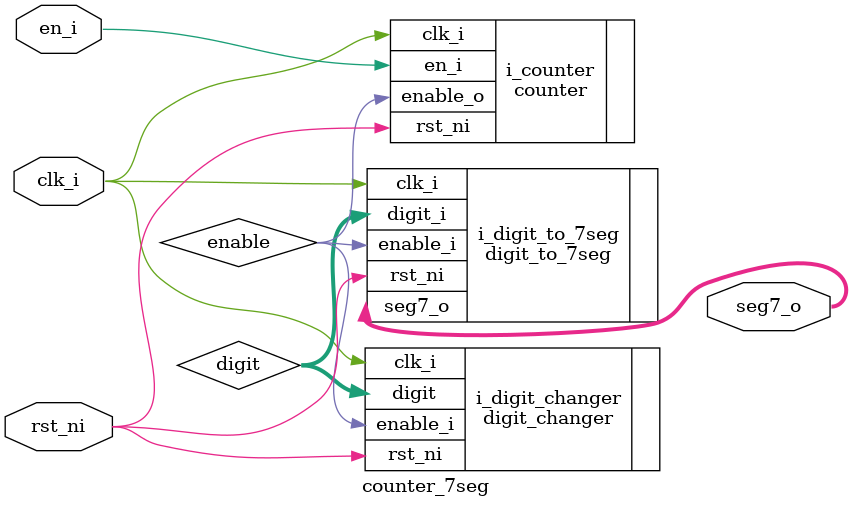
<source format=sv>
module counter_7seg#(
parameter TIME_TO_STAY 	= 1,
parameter FREQ 			= 1
)(
input 					clk_i		,
input 					rst_ni		,
input 					en_i		,
output wire [7 - 1:0] 	seg7_o
);

localparam integer PERIODS_TO_COUNT = FREQ * TIME_TO_STAY;
wire enable;
reg [4 - 1:0] digit;

counter #(.TIME_TO_COUNT(PERIODS_TO_COUNT))  i_counter(
.clk_i    		(clk_i  			),
.rst_ni   		(rst_ni 			),
.enable_o    	(enable 			),
.en_i			(en_i				)
);

digit_changer 		i_digit_changer(
.clk_i    		(clk_i  			),
.rst_ni   		(rst_ni 			),
.enable_i    	(enable 			),
.digit			(digit				)
);

digit_to_7seg i_digit_to_7seg(
.clk_i    		(clk_i  			),
.rst_ni   		(rst_ni 			),
.enable_i    	(enable 			),
.digit_i		(digit				),
.seg7_o			(seg7_o				)
);




endmodule
</source>
